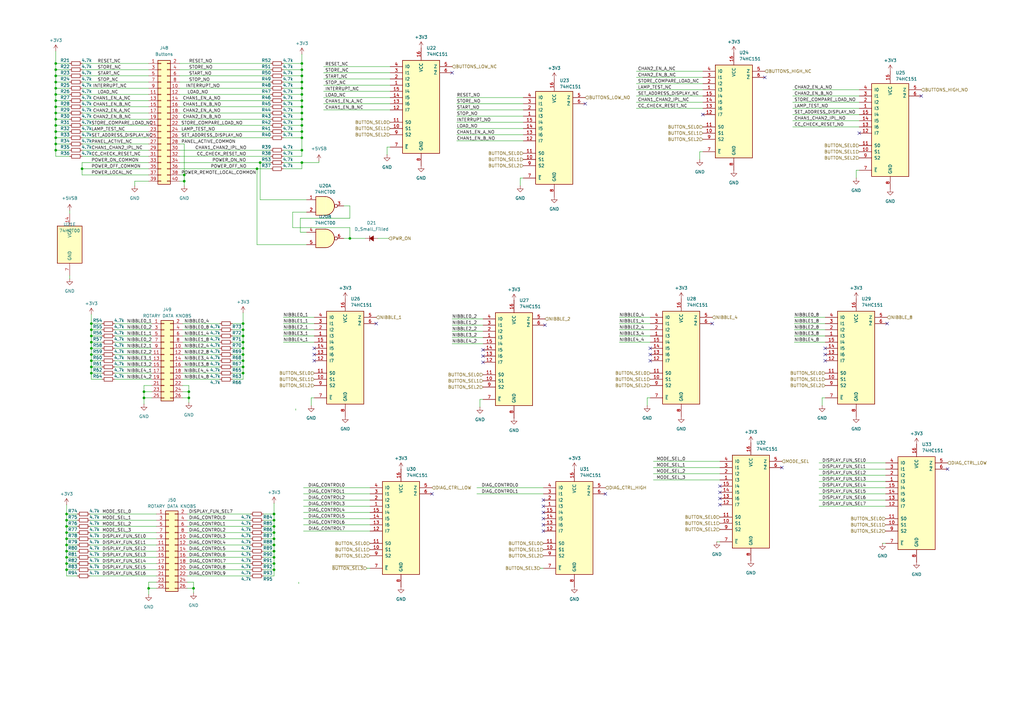
<source format=kicad_sch>
(kicad_sch (version 20231120) (generator "eeschema") (generator_version "8.0")
  (paper "A3")
  (junction (at 59.055 163.195))
  (junction (at 123.825 61.595))
  (junction (at 27.305 228.6))
  (junction (at 77.47 163.195))
  (junction (at 123.825 38.735))
  (junction (at 123.825 56.515))
  (junction (at 37.465 145.415))
  (junction (at 60.96 241.3))
  (junction (at 99.695 145.415))
  (junction (at 112.395 231.14))
  (junction (at 27.305 233.68))
  (junction (at 27.305 210.82))
  (junction (at 112.395 213.36))
  (junction (at 22.86 31.115))
  (junction (at 22.86 59.055))
  (junction (at 27.305 218.44))
  (junction (at 123.825 46.355))
  (junction (at 22.86 36.195))
  (junction (at 37.465 140.335))
  (junction (at 143.51 97.79))
  (junction (at 123.825 28.575))
  (junction (at 27.305 226.06))
  (junction (at 22.86 51.435))
  (junction (at 27.305 215.9))
  (junction (at 123.825 31.115))
  (junction (at 37.465 153.035))
  (junction (at 123.825 48.895))
  (junction (at 112.395 220.98))
  (junction (at 123.825 51.435))
  (junction (at 27.305 223.52))
  (junction (at 105.41 69.215))
  (junction (at 37.465 147.955))
  (junction (at 123.825 33.655))
  (junction (at 99.695 147.955))
  (junction (at 112.395 210.82))
  (junction (at 59.055 160.655))
  (junction (at 99.695 132.715))
  (junction (at 112.395 215.9))
  (junction (at 22.86 48.895))
  (junction (at 22.86 46.355))
  (junction (at 22.86 56.515))
  (junction (at 79.375 241.3))
  (junction (at 22.86 26.035))
  (junction (at 99.695 142.875))
  (junction (at 112.395 233.68))
  (junction (at 75.565 71.755))
  (junction (at 27.305 231.14))
  (junction (at 37.465 137.795))
  (junction (at 112.395 226.06))
  (junction (at 112.395 228.6))
  (junction (at 123.825 66.675))
  (junction (at 112.395 223.52))
  (junction (at 22.86 41.275))
  (junction (at 27.305 220.98))
  (junction (at 123.825 36.195))
  (junction (at 99.695 140.335))
  (junction (at 22.86 33.655))
  (junction (at 75.565 74.295))
  (junction (at 106.68 66.675))
  (junction (at 37.465 150.495))
  (junction (at 77.47 160.655))
  (junction (at 123.825 53.975))
  (junction (at 37.465 132.715))
  (junction (at 33.655 69.215))
  (junction (at 123.825 41.275))
  (junction (at 22.86 53.975))
  (junction (at 22.86 61.595))
  (junction (at 22.86 43.815))
  (junction (at 22.86 28.575))
  (junction (at 123.825 26.035))
  (junction (at 99.695 150.495))
  (junction (at 99.695 135.255))
  (junction (at 37.465 135.255))
  (junction (at 37.465 142.875))
  (junction (at 27.305 213.36))
  (junction (at 99.695 153.035))
  (junction (at 112.395 218.44))
  (junction (at 22.86 38.735))
  (junction (at 99.695 137.795))
  (junction (at 123.825 43.815))
  (no_connect (at 222.885 212.725))
  (no_connect (at 338.455 147.955))
  (no_connect (at 248.285 202.565))
  (no_connect (at 320.675 191.77))
  (no_connect (at 185.42 29.845))
  (no_connect (at 198.12 146.05))
  (no_connect (at 288.29 46.99))
  (no_connect (at 128.905 147.955))
  (no_connect (at 222.885 215.265))
  (no_connect (at 240.03 42.545))
  (no_connect (at 266.7 145.415))
  (no_connect (at 338.455 145.415))
  (no_connect (at 338.455 142.875))
  (no_connect (at 222.885 205.105))
  (no_connect (at 352.425 54.61))
  (no_connect (at 222.885 217.805))
  (no_connect (at 295.275 207.01))
  (no_connect (at 377.825 39.37))
  (no_connect (at 363.855 132.715))
  (no_connect (at 128.905 142.875))
  (no_connect (at 154.305 132.715))
  (no_connect (at 198.12 143.51))
  (no_connect (at 295.275 201.93))
  (no_connect (at 223.52 133.35))
  (no_connect (at 388.62 192.405))
  (no_connect (at 295.275 204.47))
  (no_connect (at 222.885 210.185))
  (no_connect (at 295.275 199.39))
  (no_connect (at 222.885 207.645))
  (no_connect (at 266.7 142.875))
  (no_connect (at 313.69 31.75))
  (no_connect (at 128.905 145.415))
  (no_connect (at 177.165 202.565))
  (no_connect (at 198.12 148.59))
  (no_connect (at 292.1 132.715))
  (no_connect (at 266.7 147.955))
  (wire (pts (xy 33.655 69.215) (xy 33.655 71.755)))
  (wire (pts (xy 335.915 194.945) (xy 363.22 194.945)))
  (wire (pts (xy 37.465 135.255) (xy 37.465 137.795)))
  (wire (pts (xy 73.66 69.215) (xy 105.41 69.215)))
  (wire (pts (xy 73.66 33.655) (xy 111.125 33.655)))
  (wire (pts (xy 260.985 29.21) (xy 288.29 29.21)))
  (wire (pts (xy 59.055 163.195) (xy 59.055 160.655)))
  (wire (pts (xy 99.695 132.715) (xy 99.695 135.255)))
  (wire (pts (xy 127.635 166.37) (xy 127.635 163.195)))
  (wire (pts (xy 46.99 153.035) (xy 62.23 153.035)))
  (wire (pts (xy 124.46 202.565) (xy 151.765 202.565)))
  (wire (pts (xy 335.915 205.105) (xy 363.22 205.105)))
  (wire (pts (xy 116.205 48.895) (xy 123.825 48.895)))
  (wire (pts (xy 22.86 31.115) (xy 22.86 33.655)))
  (wire (pts (xy 46.99 155.575) (xy 62.23 155.575)))
  (wire (pts (xy 260.985 34.29) (xy 288.29 34.29)))
  (wire (pts (xy 60.96 241.3) (xy 64.135 241.3)))
  (wire (pts (xy 22.86 41.275) (xy 22.86 43.815)))
  (wire (pts (xy 79.375 241.3) (xy 79.375 238.76)))
  (wire (pts (xy 105.41 100.33) (xy 125.73 100.33)))
  (wire (pts (xy 196.85 163.83) (xy 198.12 163.83)))
  (wire (pts (xy 46.99 135.255) (xy 62.23 135.255)))
  (wire (pts (xy 267.97 191.77) (xy 295.275 191.77)))
  (wire (pts (xy 36.83 213.36) (xy 64.135 213.36)))
  (wire (pts (xy 123.825 36.195) (xy 123.825 38.735)))
  (wire (pts (xy 33.655 66.675) (xy 33.655 69.215)))
  (wire (pts (xy 60.96 238.76) (xy 64.135 238.76)))
  (wire (pts (xy 187.325 55.245) (xy 214.63 55.245)))
  (wire (pts (xy 33.655 33.655) (xy 60.96 33.655)))
  (wire (pts (xy 187.325 57.785) (xy 214.63 57.785)))
  (wire (pts (xy 33.655 61.595) (xy 60.96 61.595)))
  (wire (pts (xy 351.155 69.85) (xy 352.425 69.85)))
  (wire (pts (xy 260.985 41.91) (xy 288.29 41.91)))
  (wire (pts (xy 143.51 89.535) (xy 143.51 84.455)))
  (wire (pts (xy 143.51 84.455) (xy 140.97 84.455)))
  (wire (pts (xy 37.465 140.335) (xy 37.465 142.875)))
  (wire (pts (xy 36.83 223.52) (xy 64.135 223.52)))
  (wire (pts (xy 46.99 137.795) (xy 62.23 137.795)))
  (wire (pts (xy 351.155 73.025) (xy 351.155 69.85)))
  (wire (pts (xy 77.47 160.655) (xy 77.47 158.115)))
  (wire (pts (xy 33.655 43.815) (xy 60.96 43.815)))
  (wire (pts (xy 99.695 153.035) (xy 99.695 155.575)))
  (wire (pts (xy 73.66 53.975) (xy 111.125 53.975)))
  (wire (pts (xy 102.87 231.14) (xy 76.835 231.14)))
  (wire (pts (xy 102.87 213.36) (xy 76.835 213.36)))
  (wire (pts (xy 112.395 215.9) (xy 112.395 218.44)))
  (wire (pts (xy 36.83 215.9) (xy 64.135 215.9)))
  (wire (pts (xy 99.695 128.27) (xy 99.695 132.715)))
  (wire (pts (xy 41.91 155.575) (xy 37.465 155.575)))
  (wire (pts (xy 37.465 153.035) (xy 37.465 155.575)))
  (wire (pts (xy 140.97 97.79) (xy 143.51 97.79)))
  (wire (pts (xy 120.015 86.995) (xy 125.73 86.995)))
  (wire (pts (xy 41.91 137.795) (xy 37.465 137.795)))
  (wire (pts (xy 73.66 61.595) (xy 111.125 61.595)))
  (wire (pts (xy 267.97 194.31) (xy 295.275 194.31)))
  (wire (pts (xy 123.825 56.515) (xy 123.825 61.595)))
  (wire (pts (xy 158.75 60.325) (xy 160.02 60.325)))
  (wire (pts (xy 33.655 66.675) (xy 60.96 66.675)))
  (wire (pts (xy 123.19 95.25) (xy 123.19 89.535)))
  (wire (pts (xy 33.655 36.195) (xy 60.96 36.195)))
  (wire (pts (xy 123.825 43.815) (xy 123.825 46.355)))
  (wire (pts (xy 22.86 56.515) (xy 22.86 59.055)))
  (wire (pts (xy 116.205 51.435) (xy 123.825 51.435)))
  (wire (pts (xy 31.75 233.68) (xy 27.305 233.68)))
  (wire (pts (xy 116.205 26.035) (xy 123.825 26.035)))
  (wire (pts (xy 46.99 150.495) (xy 62.23 150.495)))
  (wire (pts (xy 325.12 41.91) (xy 352.425 41.91)))
  (wire (pts (xy 112.395 218.44) (xy 112.395 220.98)))
  (wire (pts (xy 59.055 160.655) (xy 62.23 160.655)))
  (wire (pts (xy 27.305 231.14) (xy 27.305 233.68)))
  (wire (pts (xy 41.91 135.255) (xy 37.465 135.255)))
  (wire (pts (xy 294.005 222.25) (xy 295.275 222.25)))
  (wire (pts (xy 22.86 59.055) (xy 22.86 61.595)))
  (wire (pts (xy 31.75 215.9) (xy 27.305 215.9)))
  (wire (pts (xy 95.25 155.575) (xy 99.695 155.575)))
  (wire (pts (xy 187.325 42.545) (xy 214.63 42.545)))
  (wire (pts (xy 187.325 45.085) (xy 214.63 45.085)))
  (wire (pts (xy 112.395 233.68) (xy 112.395 236.22)))
  (wire (pts (xy 107.95 220.98) (xy 112.395 220.98)))
  (wire (pts (xy 102.87 223.52) (xy 76.835 223.52)))
  (wire (pts (xy 27.305 207.01) (xy 27.305 210.82)))
  (wire (pts (xy 90.17 147.955) (xy 74.93 147.955)))
  (wire (pts (xy 31.75 226.06) (xy 27.305 226.06)))
  (wire (pts (xy 73.66 31.115) (xy 111.125 31.115)))
  (wire (pts (xy 95.25 135.255) (xy 99.695 135.255)))
  (wire (pts (xy 116.205 46.355) (xy 123.825 46.355)))
  (wire (pts (xy 260.985 31.75) (xy 288.29 31.75)))
  (wire (pts (xy 31.75 218.44) (xy 27.305 218.44)))
  (wire (pts (xy 116.205 33.655) (xy 123.825 33.655)))
  (wire (pts (xy 125.73 81.915) (xy 106.68 81.915)))
  (wire (pts (xy 123.825 66.675) (xy 130.81 66.675)))
  (wire (pts (xy 95.25 132.715) (xy 99.695 132.715)))
  (wire (pts (xy 221.615 233.045) (xy 222.885 233.045)))
  (wire (pts (xy 27.305 226.06) (xy 27.305 228.6)))
  (wire (pts (xy 116.205 64.135) (xy 123.825 64.135)))
  (wire (pts (xy 105.41 69.215) (xy 111.125 69.215)))
  (wire (pts (xy 187.325 40.005) (xy 214.63 40.005)))
  (wire (pts (xy 325.755 137.795) (xy 338.455 137.795)))
  (wire (pts (xy 73.66 64.135) (xy 111.125 64.135)))
  (wire (pts (xy 187.325 50.165) (xy 214.63 50.165)))
  (wire (pts (xy 102.87 220.98) (xy 76.835 220.98)))
  (wire (pts (xy 31.75 210.82) (xy 27.305 210.82)))
  (wire (pts (xy 31.75 220.98) (xy 27.305 220.98)))
  (wire (pts (xy 99.695 145.415) (xy 99.695 147.955)))
  (wire (pts (xy 76.835 238.76) (xy 79.375 238.76)))
  (wire (pts (xy 33.655 41.275) (xy 60.96 41.275)))
  (wire (pts (xy 27.305 213.36) (xy 27.305 215.9)))
  (wire (pts (xy 123.825 66.675) (xy 123.825 69.215)))
  (wire (pts (xy 123.825 53.975) (xy 123.825 56.515)))
  (wire (pts (xy 90.17 135.255) (xy 74.93 135.255)))
  (wire (pts (xy 99.695 140.335) (xy 99.695 142.875)))
  (wire (pts (xy 260.985 39.37) (xy 288.29 39.37)))
  (wire (pts (xy 185.42 135.89) (xy 198.12 135.89)))
  (wire (pts (xy 73.66 36.195) (xy 111.125 36.195)))
  (wire (pts (xy 185.42 130.81) (xy 198.12 130.81)))
  (wire (pts (xy 116.205 43.815) (xy 123.825 43.815)))
  (wire (pts (xy 41.91 132.715) (xy 37.465 132.715)))
  (wire (pts (xy 59.055 165.735) (xy 59.055 163.195)))
  (wire (pts (xy 335.915 192.405) (xy 363.22 192.405)))
  (wire (pts (xy 90.17 155.575) (xy 74.93 155.575)))
  (wire (pts (xy 22.86 28.575) (xy 22.86 31.115)))
  (wire (pts (xy 127.635 163.195) (xy 128.905 163.195)))
  (wire (pts (xy 33.655 38.735) (xy 60.96 38.735)))
  (wire (pts (xy 28.575 48.895) (xy 22.86 48.895)))
  (wire (pts (xy 196.85 167.005) (xy 196.85 163.83)))
  (wire (pts (xy 120.015 93.345) (xy 120.015 86.995)))
  (wire (pts (xy 41.91 145.415) (xy 37.465 145.415)))
  (wire (pts (xy 73.66 38.735) (xy 111.125 38.735)))
  (wire (pts (xy 116.205 66.675) (xy 123.825 66.675)))
  (wire (pts (xy 265.43 163.195) (xy 266.7 163.195)))
  (wire (pts (xy 187.325 52.705) (xy 214.63 52.705)))
  (wire (pts (xy 132.715 37.465) (xy 160.02 37.465)))
  (wire (pts (xy 31.75 231.14) (xy 27.305 231.14)))
  (wire (pts (xy 22.86 46.355) (xy 22.86 48.895)))
  (wire (pts (xy 107.95 233.68) (xy 112.395 233.68)))
  (wire (pts (xy 33.655 59.055) (xy 60.96 59.055)))
  (wire (pts (xy 143.51 93.345) (xy 120.015 93.345)))
  (wire (pts (xy 325.755 140.335) (xy 338.455 140.335)))
  (wire (pts (xy 33.655 71.755) (xy 60.96 71.755)))
  (wire (pts (xy 112.395 228.6) (xy 112.395 231.14)))
  (wire (pts (xy 123.825 48.895) (xy 123.825 51.435)))
  (wire (pts (xy 260.985 44.45) (xy 288.29 44.45)))
  (wire (pts (xy 36.83 231.14) (xy 64.135 231.14)))
  (wire (pts (xy 37.465 128.905) (xy 37.465 132.715)))
  (wire (pts (xy 95.25 140.335) (xy 99.695 140.335)))
  (wire (pts (xy 46.99 132.715) (xy 62.23 132.715)))
  (wire (pts (xy 116.205 69.215) (xy 123.825 69.215)))
  (wire (pts (xy 33.655 31.115) (xy 60.96 31.115)))
  (wire (pts (xy 102.87 233.68) (xy 76.835 233.68)))
  (wire (pts (xy 124.46 210.185) (xy 151.765 210.185)))
  (wire (pts (xy 132.715 45.085) (xy 160.02 45.085)))
  (wire (pts (xy 335.915 197.485) (xy 363.22 197.485)))
  (wire (pts (xy 213.36 73.025) (xy 214.63 73.025)))
  (wire (pts (xy 99.695 147.955) (xy 99.695 150.495)))
  (wire (pts (xy 260.985 36.83) (xy 288.29 36.83)))
  (wire (pts (xy 195.58 200.025) (xy 222.885 200.025)))
  (wire (pts (xy 22.86 43.815) (xy 22.86 46.355)))
  (wire (pts (xy 123.825 22.225) (xy 123.825 26.035)))
  (wire (pts (xy 107.95 215.9) (xy 112.395 215.9)))
  (wire (pts (xy 37.465 145.415) (xy 37.465 147.955)))
  (wire (pts (xy 106.68 66.675) (xy 111.125 66.675)))
  (wire (pts (xy 74.93 163.195) (xy 77.47 163.195)))
  (wire (pts (xy 112.395 226.06) (xy 112.395 228.6)))
  (wire (pts (xy 73.66 26.035) (xy 111.125 26.035)))
  (wire (pts (xy 254 130.175) (xy 266.7 130.175)))
  (wire (pts (xy 123.19 89.535) (xy 143.51 89.535)))
  (wire (pts (xy 213.36 76.2) (xy 213.36 73.025)))
  (wire (pts (xy 116.205 135.255) (xy 128.905 135.255)))
  (wire (pts (xy 132.715 27.305) (xy 160.02 27.305)))
  (wire (pts (xy 116.205 31.115) (xy 123.825 31.115)))
  (wire (pts (xy 335.915 189.865) (xy 363.22 189.865)))
  (wire (pts (xy 46.99 145.415) (xy 62.23 145.415)))
  (wire (pts (xy 95.25 137.795) (xy 99.695 137.795)))
  (wire (pts (xy 36.83 210.82) (xy 64.135 210.82)))
  (wire (pts (xy 107.95 228.6) (xy 112.395 228.6)))
  (wire (pts (xy 28.575 36.195) (xy 22.86 36.195)))
  (wire (pts (xy 102.87 226.06) (xy 76.835 226.06)))
  (wire (pts (xy 90.17 137.795) (xy 74.93 137.795)))
  (wire (pts (xy 124.46 212.725) (xy 151.765 212.725)))
  (wire (pts (xy 28.575 86.36) (xy 28.575 87.63)))
  (wire (pts (xy 325.755 130.175) (xy 338.455 130.175)))
  (wire (pts (xy 73.66 41.275) (xy 111.125 41.275)))
  (wire (pts (xy 107.95 231.14) (xy 112.395 231.14)))
  (wire (pts (xy 158.75 63.5) (xy 158.75 60.325)))
  (wire (pts (xy 73.66 46.355) (xy 111.125 46.355)))
  (wire (pts (xy 124.46 205.105) (xy 151.765 205.105)))
  (wire (pts (xy 33.655 64.135) (xy 60.96 64.135)))
  (wire (pts (xy 22.86 20.955) (xy 22.86 26.035)))
  (wire (pts (xy 36.83 218.44) (xy 64.135 218.44)))
  (wire (pts (xy 22.86 48.895) (xy 22.86 51.435)))
  (wire (pts (xy 99.695 135.255) (xy 99.695 137.795)))
  (wire (pts (xy 254 137.795) (xy 266.7 137.795)))
  (wire (pts (xy 37.465 150.495) (xy 37.465 153.035)))
  (wire (pts (xy 116.205 41.275) (xy 123.825 41.275)))
  (wire (pts (xy 123.825 51.435) (xy 123.825 53.975)))
  (wire (pts (xy 22.86 53.975) (xy 22.86 56.515)))
  (wire (pts (xy 335.915 207.645) (xy 363.22 207.645)))
  (wire (pts (xy 95.25 142.875) (xy 99.695 142.875)))
  (wire (pts (xy 267.97 189.23) (xy 295.275 189.23)))
  (wire (pts (xy 46.99 147.955) (xy 62.23 147.955)))
  (wire (pts (xy 28.575 61.595) (xy 22.86 61.595)))
  (wire (pts (xy 185.42 138.43) (xy 198.12 138.43)))
  (wire (pts (xy 73.66 43.815) (xy 111.125 43.815)))
  (wire (pts (xy 116.205 38.735) (xy 123.825 38.735)))
  (wire (pts (xy 28.575 26.035) (xy 22.86 26.035)))
  (wire (pts (xy 75.565 71.755) (xy 73.66 71.755)))
  (wire (pts (xy 116.205 130.175) (xy 128.905 130.175)))
  (wire (pts (xy 41.91 147.955) (xy 37.465 147.955)))
  (wire (pts (xy 107.95 223.52) (xy 112.395 223.52)))
  (wire (pts (xy 107.95 236.22) (xy 112.395 236.22)))
  (wire (pts (xy 27.305 215.9) (xy 27.305 218.44)))
  (wire (pts (xy 125.73 95.25) (xy 123.19 95.25)))
  (wire (pts (xy 337.185 166.37) (xy 337.185 163.195)))
  (wire (pts (xy 37.465 147.955) (xy 37.465 150.495)))
  (wire (pts (xy 102.87 228.6) (xy 76.835 228.6)))
  (wire (pts (xy 76.835 241.3) (xy 79.375 241.3)))
  (wire (pts (xy 143.51 97.79) (xy 149.86 97.79)))
  (wire (pts (xy 77.47 158.115) (xy 74.93 158.115)))
  (wire (pts (xy 75.565 59.055) (xy 75.565 71.755)))
  (wire (pts (xy 107.95 218.44) (xy 112.395 218.44)))
  (wire (pts (xy 75.565 76.2) (xy 75.565 74.295)))
  (wire (pts (xy 121.285 168.275) (xy 121.285 167.64)))
  (wire (pts (xy 33.655 69.215) (xy 60.96 69.215)))
  (wire (pts (xy 77.47 165.1) (xy 77.47 163.195)))
  (wire (pts (xy 33.655 46.355) (xy 60.96 46.355)))
  (wire (pts (xy 22.86 38.735) (xy 22.86 41.275)))
  (wire (pts (xy 37.465 132.715) (xy 37.465 135.255)))
  (wire (pts (xy 59.055 158.115) (xy 62.23 158.115)))
  (wire (pts (xy 123.825 28.575) (xy 123.825 31.115)))
  (wire (pts (xy 325.12 39.37) (xy 352.425 39.37)))
  (wire (pts (xy 254 135.255) (xy 266.7 135.255)))
  (wire (pts (xy 28.575 114.3) (xy 28.575 113.03)))
  (wire (pts (xy 132.715 34.925) (xy 160.02 34.925)))
  (wire (pts (xy 31.75 228.6) (xy 27.305 228.6)))
  (wire (pts (xy 325.755 132.715) (xy 338.455 132.715)))
  (wire (pts (xy 287.02 65.405) (xy 287.02 62.23)))
  (wire (pts (xy 99.695 137.795) (xy 99.695 140.335)))
  (wire (pts (xy 254 140.335) (xy 266.7 140.335)))
  (wire (pts (xy 123.825 46.355) (xy 123.825 48.895)))
  (wire (pts (xy 27.305 228.6) (xy 27.305 231.14)))
  (wire (pts (xy 28.575 64.135) (xy 22.86 64.135)))
  (wire (pts (xy 102.87 210.82) (xy 76.835 210.82)))
  (wire (pts (xy 60.96 241.3) (xy 60.96 238.76)))
  (wire (pts (xy 31.75 223.52) (xy 27.305 223.52)))
  (wire (pts (xy 132.715 32.385) (xy 160.02 32.385)))
  (wire (pts (xy 130.81 66.675) (xy 130.81 66.04)))
  (wire (pts (xy 41.91 150.495) (xy 37.465 150.495)))
  (wire (pts (xy 33.655 53.975) (xy 60.96 53.975)))
  (wire (pts (xy 77.47 163.195) (xy 77.47 160.655)))
  (wire (pts (xy 90.17 132.715) (xy 74.93 132.715)))
  (wire (pts (xy 325.12 44.45) (xy 352.425 44.45)))
  (wire (pts (xy 27.305 218.44) (xy 27.305 220.98)))
  (wire (pts (xy 107.95 213.36) (xy 112.395 213.36)))
  (wire (pts (xy 116.205 132.715) (xy 128.905 132.715)))
  (wire (pts (xy 159.385 97.79) (xy 154.94 97.79)))
  (wire (pts (xy 116.205 140.335) (xy 128.905 140.335)))
  (wire (pts (xy 123.825 26.035) (xy 123.825 28.575)))
  (wire (pts (xy 112.395 220.98) (xy 112.395 223.52)))
  (wire (pts (xy 325.755 135.255) (xy 338.455 135.255)))
  (wire (pts (xy 79.375 243.205) (xy 79.375 241.3)))
  (wire (pts (xy 335.915 200.025) (xy 363.22 200.025)))
  (wire (pts (xy 37.465 137.795) (xy 37.465 140.335)))
  (wire (pts (xy 102.87 215.9) (xy 76.835 215.9)))
  (wire (pts (xy 287.02 62.23) (xy 288.29 62.23)))
  (wire (pts (xy 73.66 74.295) (xy 75.565 74.295)))
  (wire (pts (xy 90.17 145.415) (xy 74.93 145.415)))
  (wire (pts (xy 325.12 36.83) (xy 352.425 36.83)))
  (wire (pts (xy 325.12 46.99) (xy 352.425 46.99)))
  (wire (pts (xy 124.46 217.805) (xy 151.765 217.805)))
  (wire (pts (xy 116.205 56.515) (xy 123.825 56.515)))
  (wire (pts (xy 105.41 69.215) (xy 105.41 100.33)))
  (wire (pts (xy 73.66 48.895) (xy 111.125 48.895)))
  (wire (pts (xy 33.655 56.515) (xy 60.96 56.515)))
  (wire (pts (xy 335.915 202.565) (xy 363.22 202.565)))
  (wire (pts (xy 112.395 206.375) (xy 112.395 210.82)))
  (wire (pts (xy 112.395 210.82) (xy 112.395 213.36)))
  (wire (pts (xy 116.205 137.795) (xy 128.905 137.795)))
  (wire (pts (xy 73.66 66.675) (xy 106.68 66.675)))
  (wire (pts (xy 99.695 142.875) (xy 99.695 145.415)))
  (wire (pts (xy 95.25 147.955) (xy 99.695 147.955)))
  (wire (pts (xy 185.42 140.97) (xy 198.12 140.97)))
  (wire (pts (xy 90.17 142.875) (xy 74.93 142.875)))
  (wire (pts (xy 28.575 59.055) (xy 22.86 59.055)))
  (wire (pts (xy 361.95 222.885) (xy 363.22 222.885)))
  (wire (pts (xy 31.75 213.36) (xy 27.305 213.36)))
  (wire (pts (xy 28.575 51.435) (xy 22.86 51.435)))
  (wire (pts (xy 124.46 200.025) (xy 151.765 200.025)))
  (wire (pts (xy 41.91 153.035) (xy 37.465 153.035)))
  (wire (pts (xy 112.395 223.52) (xy 112.395 226.06)))
  (wire (pts (xy 123.825 33.655) (xy 123.825 36.195)))
  (wire (pts (xy 55.245 74.295) (xy 60.96 74.295)))
  (wire (pts (xy 33.655 28.575) (xy 60.96 28.575)))
  (wire (pts (xy 123.825 41.275) (xy 123.825 43.815)))
  (wire (pts (xy 22.86 61.595) (xy 22.86 64.135)))
  (wire (pts (xy 73.66 51.435) (xy 111.125 51.435)))
  (wire (pts (xy 28.575 56.515) (xy 22.86 56.515)))
  (wire (pts (xy 28.575 31.115) (xy 22.86 31.115)))
  (wire (pts (xy 95.25 145.415) (xy 99.695 145.415)))
  (wire (pts (xy 28.575 28.575) (xy 22.86 28.575)))
  (wire (pts (xy 31.75 236.22) (xy 27.305 236.22)))
  (wire (pts (xy 116.205 28.575) (xy 123.825 28.575)))
  (wire (pts (xy 325.12 49.53) (xy 352.425 49.53)))
  (wire (pts (xy 112.395 213.36) (xy 112.395 215.9)))
  (wire (pts (xy 90.17 150.495) (xy 74.93 150.495)))
  (wire (pts (xy 107.95 210.82) (xy 112.395 210.82)))
  (wire (pts (xy 59.055 160.655) (xy 59.055 158.115)))
  (wire (pts (xy 124.46 215.265) (xy 151.765 215.265)))
  (wire (pts (xy 90.17 153.035) (xy 74.93 153.035)))
  (wire (pts (xy 132.715 42.545) (xy 160.02 42.545)))
  (wire (pts (xy 122.555 239.395) (xy 122.555 238.76)))
  (wire (pts (xy 22.86 51.435) (xy 22.86 53.975)))
  (wire (pts (xy 185.42 133.35) (xy 198.12 133.35)))
  (wire (pts (xy 27.305 220.98) (xy 27.305 223.52)))
  (wire (pts (xy 107.95 226.06) (xy 112.395 226.06)))
  (wire (pts (xy 36.83 228.6) (xy 64.135 228.6)))
  (wire (pts (xy 60.96 243.84) (xy 60.96 241.3)))
  (wire (pts (xy 195.58 202.565) (xy 222.885 202.565)))
  (wire (pts (xy 28.575 53.975) (xy 22.86 53.975)))
  (wire (pts (xy 36.83 233.68) (xy 64.135 233.68)))
  (wire (pts (xy 37.465 142.875) (xy 37.465 145.415)))
  (wire (pts (xy 254 132.715) (xy 266.7 132.715)))
  (wire (pts (xy 106.68 66.675) (xy 106.68 81.915)))
  (wire (pts (xy 28.575 38.735) (xy 22.86 38.735)))
  (wire (pts (xy 124.46 207.645) (xy 151.765 207.645)))
  (wire (pts (xy 27.305 223.52) (xy 27.305 226.06)))
  (wire (pts (xy 112.395 231.14) (xy 112.395 233.68)))
  (wire (pts (xy 143.51 97.79) (xy 143.51 93.345)))
  (wire (pts (xy 33.655 51.435) (xy 60.96 51.435)))
  (wire (pts (xy 99.695 150.495) (xy 99.695 153.035)))
  (wire (pts (xy 36.83 226.06) (xy 64.135 226.06)))
  (wire (pts (xy 95.25 150.495) (xy 99.695 150.495)))
  (wire (pts (xy 265.43 166.37) (xy 265.43 163.195)))
  (wire (pts (xy 102.87 218.44) (xy 76.835 218.44)))
  (wire (pts (xy 123.825 61.595) (xy 123.825 64.135)))
  (wire (pts (xy 337.185 163.195) (xy 338.455 163.195)))
  (wire (pts (xy 75.565 71.755) (xy 75.565 74.295)))
  (wire (pts (xy 36.83 220.98) (xy 64.135 220.98)))
  (wire (pts (xy 41.91 142.875) (xy 37.465 142.875)))
  (wire (pts (xy 95.25 153.035) (xy 99.695 153.035)))
  (wire (pts (xy 28.575 43.815) (xy 22.86 43.815)))
  (wire (pts (xy 28.575 41.275) (xy 22.86 41.275)))
  (wire (pts (xy 116.205 53.975) (xy 123.825 53.975)))
  (wire (pts (xy 46.99 140.335) (xy 62.23 140.335)))
  (wire (pts (xy 33.655 48.895) (xy 60.96 48.895)))
  (wire (pts (xy 28.575 33.655) (xy 22.86 33.655)))
  (wire (pts (xy 36.83 236.22) (xy 64.135 236.22)))
  (wire (pts (xy 132.715 40.005) (xy 160.02 40.005)))
  (wire (pts (xy 132.715 29.845) (xy 160.02 29.845)))
  (wire (pts (xy 33.655 26.035) (xy 60.96 26.035)))
  (wire (pts (xy 73.66 28.575) (xy 111.125 28.575)))
  (wire (pts (xy 22.86 26.035) (xy 22.86 28.575)))
  (wire (pts (xy 22.86 36.195) (xy 22.86 38.735)))
  (wire (pts (xy 28.575 46.355) (xy 22.86 46.355)))
  (wire (pts (xy 73.66 59.055) (xy 75.565 59.055)))
  (wire (pts (xy 267.97 196.85) (xy 295.275 196.85)))
  (wire (pts (xy 123.825 38.735) (xy 123.825 41.275)))
  (wire (pts (xy 123.825 31.115) (xy 123.825 33.655)))
  (wire (pts (xy 55.245 76.2) (xy 55.245 74.295)))
  (wire (pts (xy 59.055 163.195) (xy 62.23 163.195)))
  (wire (pts (xy 46.99 142.875) (xy 62.23 142.875)))
  (wire (pts (xy 90.17 140.335) (xy 74.93 140.335)))
  (wire (pts (xy 102.87 236.22) (xy 76.835 236.22)))
  (wire (pts (xy 187.325 47.625) (xy 214.63 47.625)))
  (wire (pts (xy 73.66 56.515) (xy 111.125 56.515)))
  (wire (pts (xy 150.495 233.045) (xy 151.765 233.045)))
  (wire (pts (xy 74.93 160.655) (xy 77.47 160.655)))
  (wire (pts (xy 41.91 140.335) (xy 37.465 140.335)))
  (wire (pts (xy 27.305 233.68) (xy 27.305 236.22)))
  (wire (pts (xy 22.86 33.655) (xy 22.86 36.195)))
  (wire (pts (xy 116.205 36.195) (xy 123.825 36.195)))
  (wire (pts (xy 325.12 52.07) (xy 352.425 52.07)))
  (wire (pts (xy 27.305 210.82) (xy 27.305 213.36)))
  (wire (pts (xy 116.205 61.595) (xy 123.825 61.595)))
  (label "POWER_ON_NO" (at 86.995 66.675 0))
  (label "DIAG_CONTROL8" (at 77.47 233.68 0))
  (label "INTERRUPT_NO" (at 76.2 36.195 0))
  (label "NIBBLE1_4" (at 75.565 137.795 0))
  (label "STOP_NO" (at 187.325 47.625 0))
  (label "DIAG_CONTROL5" (at 77.47 226.06 0))
  (label "DISPLAY_FUN_SEL5" (at 41.91 233.68 0))
  (label "MODE_SEL_1" (at 269.24 191.77 0))
  (label "CHAN2_EN_A_NO" (at 74.93 46.355 0))
  (label "STORE_COMPARE_LOAD_NC" (at 37.465 51.435 0))
  (label "DISPLAY_FUN_SEL2" (at 337.185 194.945 0))
  (label "NIBBLE1_1" (at 52.07 137.795 0))
  (label "SET_ADDRESS_DISPLAY_NO" (at 74.295 56.515 0))
  (label "STORE_NO" (at 187.325 42.545 0))
  (label "DISPLAY_FUN_SEL4" (at 337.185 200.025 0))
  (label "CHAN1_EN_A_NC" (at 38.1 41.275 0))
  (label "INTERRUPT_NC" (at 38.1 36.195 0))
  (label "CHAN1_EN_A_NO" (at 74.93 41.275 0))
  (label "STORE_COMPARE_LOAD_NO" (at 74.295 51.435 0))
  (label "MODE_SEL_0" (at 41.91 210.82 0))
  (label "CHAN1_CHAN2_IPL_NC" (at 37.465 61.595 0))
  (label "STORE_NC" (at 40.005 28.575 0))
  (label "NIBBLE1_2" (at 185.42 133.35 0))
  (label "DISPLAY_FUN_SEL1" (at 41.91 223.52 0))
  (label "NIBBLE0_8" (at 75.565 135.255 0))
  (label "STORE_NC" (at 133.35 29.845 0))
  (label "RESET_NO" (at 77.47 26.035 0))
  (label "NIBBLE4_8" (at 75.565 155.575 0))
  (label "NIBBLE0_2" (at 52.07 135.255 0))
  (label "MODE_SEL_3" (at 269.24 196.85 0))
  (label "CHAN1_EN_B_NC" (at 38.1 43.815 0))
  (label "NIBBLE2_4" (at 254 135.255 0))
  (label "CC_CHECK_RESET_NO" (at 80.645 64.135 0))
  (label "DIAG_CONTROL3" (at 126.365 207.645 0))
  (label "POWER_LOCAL_NC" (at 37.465 71.755 0))
  (label "NIBBLE0_8" (at 325.755 130.175 0))
  (label "NIBBLE0_4" (at 75.565 132.715 0))
  (label "CHAN1_CHAN2_IPL_NC" (at 261.62 41.91 0))
  (label "DIAG_CONTROL0" (at 77.47 213.36 0))
  (label "NIBBLE3_4" (at 75.565 147.955 0))
  (label "NIBBLE0_4" (at 254 130.175 0))
  (label "DIAG_CONTROL9" (at 77.47 236.22 0))
  (label "INTERRUPT_NO" (at 187.325 50.165 0))
  (label "DISPLAY_FUN_SEL5" (at 337.185 202.565 0))
  (label "PANEL_ACTIVE_COMMON" (at 74.295 59.055 0))
  (label "NIBBLE2_2" (at 52.07 145.415 0))
  (label "CC_CHECK_RESET_NO" (at 325.755 52.07 0))
  (label "MODE_SEL_1" (at 41.91 213.36 0))
  (label "NIBBLE1_8" (at 75.565 140.335 0))
  (label "INTERRUPT_NC" (at 133.35 37.465 0))
  (label "SET_ADDRESS_DISPLAY_NO" (at 325.755 46.99 0))
  (label "MODE_SEL_0" (at 269.24 189.23 0))
  (label "NIBBLE0_1" (at 116.205 130.175 0))
  (label "DISPLAY_FUN_SEL2" (at 41.91 226.06 0))
  (label "CHAN1_EN_A_NO" (at 187.325 55.245 0))
  (label "MODE_SEL_2" (at 41.91 215.9 0))
  (label "STOP_NC" (at 133.35 34.925 0))
  (label "NIBBLE2_1" (at 52.07 142.875 0))
  (label "NIBBLE2_8" (at 325.755 135.255 0))
  (label "NIBBLE4_4" (at 254 140.335 0))
  (label "CHAN2_EN_A_NC" (at 38.1 46.355 0))
  (label "NIBBLE3_1" (at 116.205 137.795 0))
  (label "CHAN2_EN_B_NC" (at 261.62 31.75 0))
  (label "STORE_NO" (at 77.47 28.575 0))
  (label "LOAD_NC" (at 40.005 38.735 0))
  (label "NIBBLE0_2" (at 52.07 140.335 0))
  (label "NIBBLE2_1" (at 116.205 135.255 0))
  (label "SET_ADDRESS_DISPLAY_NC" (at 37.465 56.515 0))
  (label "DISPLAY_FUN_SEL0" (at 337.185 189.865 0))
  (label "DIAG_CONTROL7" (at 141.605 217.805 180))
  (label "DIAG_CONTROL4" (at 126.365 210.185 0))
  (label "MODE_SEL_2" (at 269.24 194.31 0))
  (label "CC_CHECK_RESET_NC" (at 37.465 64.135 0))
  (label "DIAG_CONTROL6" (at 77.47 228.6 0))
  (label "CHAN2_EN_A_NO" (at 325.755 36.83 0))
  (label "CHAN1_EN_B_NO" (at 74.93 43.815 0))
  (label "NIBBLE4_8" (at 325.755 140.335 0))
  (label "CC_CHECK_RESET_NC" (at 261.62 44.45 0))
  (label "DIAG_CONTROL2" (at 77.47 218.44 0))
  (label "PANEL_ACTIVE_NC" (at 37.465 59.055 0))
  (label "RESET_NC" (at 133.35 27.305 0))
  (label "NIBBLE3_2" (at 52.07 150.495 0))
  (label "NIBBLE2_4" (at 75.565 142.875 0))
  (label "POWER_OFF_NO" (at 86.36 69.215 0))
  (label "NIBBLE4_4" (at 85.725 153.035 180))
  (label "MODE_SEL_3" (at 41.91 218.44 0))
  (label "NIBBLE1_1" (at 116.205 132.715 0))
  (label "NIBBLE3_8" (at 325.755 137.795 0))
  (label "LOAD_NO" (at 76.835 38.735 0))
  (label "NIBBLE4_1" (at 52.07 153.035 0))
  (label "DIAG_CONTROL2" (at 126.365 205.105 0))
  (label "LAMP_TEST_NC" (at 37.465 53.975 0))
  (label "DIAG_CONTROL0" (at 126.365 200.025 0))
  (label "RESET_NC" (at 40.005 26.035 0))
  (label "START_NO" (at 77.47 31.115 0))
  (label "DIAG_CONTROL1" (at 126.365 202.565 0))
  (label "LAMP_TEST_NO" (at 74.295 53.975 0))
  (label "LAMP_TEST_NO" (at 325.755 44.45 0))
  (label "NIBBLE4_2" (at 52.07 155.575 0))
  (label "LAMP_TEST_NC" (at 261.62 36.83 0))
  (label "CHAN2_EN_B_NO" (at 325.755 39.37 0))
  (label "SET_ADDRESS_DISPLAY_NC" (at 261.62 39.37 0))
  (label "CHAN2_EN_B_NO" (at 74.93 48.895 0))
  (label "DISPLAY_FUN_SEL1" (at 337.185 192.405 0))
  (label "LOAD_NO" (at 187.325 52.705 0))
  (label "CHAN1_EN_B_NC" (at 133.35 45.085 0))
  (label "STOP_NC" (at 40.005 33.655 0))
  (label "STORE_COMPARE_LOAD_NC" (at 261.62 34.29 0))
  (label "NIBBLE0_1" (at 52.07 132.715 0))
  (label "NIBBLE2_8" (at 75.565 145.415 0))
  (label "RESET_NO" (at 187.325 40.005 0))
  (label "CHAN1_CHAN2_IPL_NO" (at 325.755 49.53 0))
  (label "DISPLAY_FUN_SEL7" (at 337.185 207.645 0))
  (label "START_NC" (at 133.35 32.385 0))
  (label "NIBBLE3_2" (at 185.42 138.43 0))
  (label "DISPLAY_FUN_SEL6" (at 337.185 205.105 0))
  (label "LOAD_NC" (at 133.35 40.005 0))
  (label "CHAN1_EN_B_NO" (at 187.325 57.785 0))
  (label "DISPLAY_FUN_SEL7" (at 77.47 210.82 0))
  (label "NIBBLE4_1" (at 116.205 140.335 0))
  (label "DISPLAY_FUN_SEL0" (at 41.91 220.98 0))
  (label "NIBBLE3_1" (at 52.07 147.955 0))
  (label "DIAG_CONTROL0" (at 197.485 200.025 0))
  (label "DIAG_CONTROL1" (at 77.47 215.9 0))
  (label "CHAN2_EN_A_NC" (at 261.62 29.21 0))
  (label "NIBBLE2_2" (at 185.42 135.89 0))
  (label "STORE_COMPARE_LOAD_NO" (at 325.755 41.91 0))
  (label "NIBBLE3_4" (at 254 137.795 0))
  (label "POWER_OFF_COMMON" (at 37.465 69.215 0))
  (label "STOP_NO" (at 77.47 33.655 0))
  (label "DIAG_CONTROL4" (at 77.47 223.52 0))
  (label "DIAG_CONTROL1" (at 197.485 202.565 0))
  (label "POWER_REMOTE_LOCAL_COMMON" (at 74.295 71.755 0))
  (label "DIAG_CONTROL6" (at 126.365 215.265 0))
  (label "DISPLAY_FUN_SEL3" (at 337.185 197.485 0))
  (label "NIBBLE1_4" (at 254 132.715 0))
  (label "CHAN2_EN_B_NC" (at 38.1 48.895 0))
  (label "DISPLAY_FUN_SEL6" (at 41.91 236.22 0))
  (label "CHAN1_EN_A_NC" (at 133.35 42.545 0))
  (label "DIAG_CONTROL7" (at 92.71 231.14 180))
  (label "POWER_ON_COMMON" (at 37.465 66.675 0))
  (label "START_NO" (at 187.325 45.085 0))
  (label "DIAG_CONTROL5" (at 126.365 212.725 0))
  (label "NIBBLE1_8" (at 325.755 132.715 0))
  (label "NIBBLE4_2" (at 185.42 140.97 0))
  (label "NIBBLE0_2" (at 185.42 130.81 0))
  (label "DISPLAY_FUN_SEL4" (at 41.91 231.14 0))
  (label "START_NC" (at 40.005 31.115 0))
  (label "NIBBLE3_8" (at 75.565 150.495 0))
  (label "CHAN1_CHAN2_IPL_NO" (at 80.01 61.595 0))
  (label "DISPLAY_FUN_SEL3" (at 41.91 228.6 0))
  (label "DIAG_CONTROL3" (at 77.47 220.98 0))
  (hierarchical_label "NIBBLE_2" (shape input) (at 223.52 130.81 0))
  (hierarchical_label "BUTTON_SEL2" (shape input) (at 295.275 217.17 180))
  (hierarchical_label "NIBBLE_8" (shape input) (at 363.855 130.175 0))
  (hierarchical_label "BUTTON_SEL0" (shape input) (at 266.7 153.035 180))
  (hierarchical_label "BUTTON_SEL2" (shape input) (at 363.22 217.805 180))
  (hierarchical_label "BUTTON_SEL2" (shape input) (at 266.7 158.115 180))
  (hierarchical_label "BUTTON_SEL2" (shape input) (at 160.02 55.245 180))
  (hierarchical_label "BUTTON_SEL1" (shape input) (at 266.7 155.575 180))
  (hierarchical_label "BUTTON_SEL0" (shape input) (at 295.275 212.09 180))
  (hierarchical_label "BUTTON_SEL0" (shape input) (at 338.455 153.035 180))
  (hierarchical_label "BUTTON_SEL0" (shape input) (at 214.63 62.865 180))
  (hierarchical_label "BUTTON_SEL0" (shape input) (at 222.885 222.885 180))
  (hierarchical_label "BUTTON_SEL0" (shape input) (at 288.29 52.07 180))
  (hierarchical_label "BUTTON_SEL2" (shape input) (at 128.905 158.115 180))
  (hierarchical_label "BUTTON_SEL2" (shape input) (at 198.12 158.75 180))
  (hierarchical_label "BUTTONS_HIGH_NO" (shape input) (at 377.825 36.83 0))
  (hierarchical_label "BUTTONS_HIGH_NC" (shape input) (at 313.69 29.21 0))
  (hierarchical_label "~{BUTTON_SEL3}" (shape input) (at 150.495 233.045 180))
  (hierarchical_label "BUTTON_SEL1" (shape input) (at 363.22 215.265 180))
  (hierarchical_label "BUTTON_SEL3" (shape input) (at 221.615 233.045 180))
  (hierarchical_label "MODE_SEL" (shape input) (at 320.675 189.23 0))
  (hierarchical_label "BUTTON_SEL0" (shape input) (at 151.765 222.885 180))
  (hierarchical_label "BUTTON_SEL1" (shape input) (at 198.12 156.21 180))
  (hierarchical_label "BUTTON_SEL1" (shape input) (at 352.425 62.23 180))
  (hierarchical_label "BUTTON_SEL1" (shape input) (at 214.63 65.405 180))
  (hierarchical_label "PWR_ON" (shape input) (at 159.385 97.79 0))
  (hierarchical_label "BUTTON_SEL0" (shape input) (at 128.905 153.035 180))
  (hierarchical_label "BUTTON_SEL2" (shape input) (at 151.765 227.965 180))
  (hierarchical_label "DIAG_CTRL_LOW" (shape input) (at 388.62 189.865 0))
  (hierarchical_label "BUTTONS_LOW_NO" (shape input) (at 240.03 40.005 0))
  (hierarchical_label "BUTTON_SEL0" (shape input) (at 160.02 50.165 180))
  (hierarchical_label "NIBBLE_4" (shape input) (at 292.1 130.175 0))
  (hierarchical_label "BUTTON_SEL0" (shape input) (at 363.22 212.725 180))
  (hierarchical_label "BUTTON_SEL2" (shape input) (at 352.425 64.77 180))
  (hierarchical_label "BUTTON_SEL1" (shape input) (at 288.29 54.61 180))
  (hierarchical_label "DIAG_CTRL_HIGH" (shape input) (at 248.285 200.025 0))
  (hierarchical_label "BUTTON_SEL1" (shape input) (at 222.885 225.425 180))
  (hierarchical_label "BUTTONS_LOW_NC" (shape input) (at 185.42 27.305 0))
  (hierarchical_label "BUTTON_SEL1" (shape input) (at 295.275 214.63 180))
  (hierarchical_label "NIBBLE_1" (shape input) (at 154.305 130.175 0))
  (hierarchical_label "BUTTON_SEL1" (shape input) (at 128.905 155.575 180))
  (hierarchical_label "BUTTON_SEL2" (shape input) (at 338.455 158.115 180))
  (hierarchical_label "BUTTON_SEL2" (shape input) (at 214.63 67.945 180))
  (hierarchical_label "BUTTON_SEL0" (shape input) (at 198.12 153.67 180))
  (hierarchical_label "BUTTON_SEL1" (shape input) (at 338.455 155.575 180))
  (hierarchical_label "BUTTON_SEL2" (shape input) (at 288.29 57.15 180))
  (hierarchical_label "BUTTON_SEL1" (shape input) (at 151.765 225.425 180))
  (hierarchical_label "BUTTON_SEL1" (shape input) (at 160.02 52.705 180))
  (hierarchical_label "BUTTON_SEL0" (shape input) (at 352.425 59.69 180))
  (hierarchical_label "DIAG_CTRL_LOW" (shape input) (at 177.165 200.025 0))
  (hierarchical_label "BUTTON_SEL2" (shape input) (at 222.885 227.965 180))
  (symbol (lib_id "Device:R_Small") (at 34.29 231.14 90) (unit 1)
    (property "Reference" "R82" (at 29.845 229.87 90))
    (property "Value" "4.7k" (at 38.735 229.87 90))
    (property "Description" "Resistor, small symbol" (effects (hide yes)))
  )
  (symbol (lib_id "power:+3V3") (at 235.585 192.405 0) (unit 1)
    (property "Reference" "#PWR0114" (effects (hide yes)))
    (property "Value" "+3V3" (at 235.585 187.96 0))
    (property "Description" "Power symbol creates a global label with name \"+3V3\"" (effects (hide yes)))
  )
  (symbol (lib_id "Device:R_Small") (at 113.665 26.035 90) (unit 1)
    (property "Reference" "R52" (at 109.22 24.765 90))
    (property "Value" "4.7k" (at 118.11 24.765 90))
    (property "Description" "Resistor, small symbol" (effects (hide yes)))
  )
  (symbol (lib_id "power:GND") (at 351.155 73.025 0) (unit 1)
    (property "Reference" "#PWR085" (effects (hide yes)))
    (property "Value" "GND" (at 351.155 78.105 0))
    (property "Description" "Power symbol creates a global label with name \"GND\" , ground" (effects (hide yes)))
  )
  (symbol (lib_id "Device:R_Small") (at 44.45 137.795 90) (unit 1)
    (property "Reference" "R56" (at 40.005 136.525 90))
    (property "Value" "4.7k" (at 48.895 136.525 90))
    (property "Description" "Resistor, small symbol" (effects (hide yes)))
  )
  (symbol (lib_id "power:GND") (at 196.85 167.005 0) (unit 1)
    (property "Reference" "#PWR0101" (effects (hide yes)))
    (property "Value" "GND" (at 196.85 172.085 0))
    (property "Description" "Power symbol creates a global label with name \"GND\" , ground" (effects (hide yes)))
  )
  (symbol (lib_id "power:GND") (at 307.975 229.87 0) (unit 1)
    (property "Reference" "#PWR0119" (effects (hide yes)))
    (property "Value" "GND" (at 307.975 234.95 0))
    (property "Description" "Power symbol creates a global label with name \"GND\" , ground" (effects (hide yes)))
  )
  (symbol (lib_id "power:GND") (at 59.055 165.735 0) (unit 1)
    (property "Reference" "#PWR097" (effects (hide yes)))
    (property "Value" "GND" (at 59.055 170.815 0))
    (property "Description" "Power symbol creates a global label with name \"GND\" , ground" (effects (hide yes)))
  )
  (symbol (lib_id "Device:R_Small") (at 105.41 210.82 270) (unit 1)
    (property "Reference" "R84" (at 109.855 212.09 90))
    (property "Value" "4.7k" (at 100.965 212.09 90))
    (property "Description" "Resistor, small symbol" (effects (hide yes)))
  )
  (symbol (lib_id "Device:R_Small") (at 34.29 226.06 90) (unit 1)
    (property "Reference" "R80" (at 29.845 224.79 90))
    (property "Value" "4.7k" (at 38.735 224.79 90))
    (property "Description" "Resistor, small symbol" (effects (hide yes)))
  )
  (symbol (lib_id "Device:R_Small") (at 113.665 61.595 90) (unit 1)
    (property "Reference" "R39" (at 109.22 60.325 90))
    (property "Value" "4.7k" (at 118.11 60.325 90))
    (property "Description" "Resistor, small symbol" (effects (hide yes)))
  )
  (symbol (lib_id "Connector_Generic:Conn_02x13_Odd_Even") (at 67.31 147.955 0) (unit 1)
    (property "Reference" "J49" (at 68.58 127 0))
    (property "Value" "ROTARY DATA KNOBS" (at 68.58 129.54 0))
    (property "Description" "Generic connector, double row, 02x13, odd/even pin numbering scheme (row 1 odd numbers, row 2 even numbers), script generated (kicad-library-utils/schlib/autogen/connector/)" (effects (hide yes)))
  )
  (symbol (lib_id "Device:R_Small") (at 31.115 41.275 90) (unit 1)
    (property "Reference" "R27" (at 26.67 40.005 90))
    (property "Value" "4.7k" (at 35.56 40.005 90))
    (property "Description" "Resistor, small symbol" (effects (hide yes)))
  )
  (symbol (lib_id "power:+3V3") (at 365.125 29.21 0) (unit 1)
    (property "Reference" "#PWR088" (effects (hide yes)))
    (property "Value" "+3V3" (at 365.125 24.765 0))
    (property "Description" "Power symbol creates a global label with name \"+3V3\"" (effects (hide yes)))
  )
  (symbol (lib_id "74xx:74LS151") (at 141.605 145.415 0) (unit 1)
    (property "Reference" "U26" (at 143.7991 122.555 0) (effects (justify left)))
    (property "Value" "74HC151" (at 143.7991 125.095 0) (effects (justify left)))
    (property "Datasheet" "http://www.ti.com/lit/gpn/sn74LS151" (effects (hide yes)))
    (property "Description" "Multiplexer 8 to 1" (effects (hide yes)))
  )
  (symbol (lib_id "Device:R_Small") (at 92.71 155.575 270) (unit 1)
    (property "Reference" "R66" (at 97.155 156.845 90))
    (property "Value" "4.7k" (at 88.265 156.845 90))
    (property "Description" "Resistor, small symbol" (effects (hide yes)))
  )
  (symbol (lib_id "power:+3V3") (at 164.465 192.405 0) (unit 1)
    (property "Reference" "#PWR0116" (effects (hide yes)))
    (property "Value" "+3V3" (at 164.465 187.96 0))
    (property "Description" "Power symbol creates a global label with name \"+3V3\"" (effects (hide yes)))
  )
  (symbol (lib_id "Device:R_Small") (at 92.71 135.255 270) (unit 1)
    (property "Reference" "R72" (at 97.155 136.525 90))
    (property "Value" "4.7k" (at 88.265 136.525 90))
    (property "Description" "Resistor, small symbol" (effects (hide yes)))
  )
  (symbol (lib_id "power:GND") (at 294.005 222.25 0) (unit 1)
    (property "Reference" "#PWR0123" (effects (hide yes)))
    (property "Value" "GND" (at 294.005 227.33 0))
    (property "Description" "Power symbol creates a global label with name \"GND\" , ground" (effects (hide yes)))
  )
  (symbol (lib_id "power:GND") (at 279.4 170.815 0) (unit 1)
    (property "Reference" "#PWR0106" (effects (hide yes)))
    (property "Value" "GND" (at 279.4 175.895 0))
    (property "Description" "Power symbol creates a global label with name \"GND\" , ground" (effects (hide yes)))
  )
  (symbol (lib_id "Device:R_Small") (at 31.115 46.355 90) (unit 1)
    (property "Reference" "R29" (at 26.67 45.085 90))
    (property "Value" "4.7k" (at 35.56 45.085 90))
    (property "Description" "Resistor, small symbol" (effects (hide yes)))
  )
  (symbol (lib_id "power:GND") (at 28.575 114.3 0) (unit 1)
    (property "Reference" "#PWR080" (effects (hide yes)))
    (property "Value" "GND" (at 28.575 119.38 0))
    (property "Description" "Power symbol creates a global label with name \"GND\" , ground" (effects (hide yes)))
  )
  (symbol (lib_id "Device:R_Small") (at 105.41 223.52 270) (unit 1)
    (property "Reference" "R89" (at 109.855 224.79 90))
    (property "Value" "4.7k" (at 100.965 224.79 90))
    (property "Description" "Resistor, small symbol" (effects (hide yes)))
  )
  (symbol (lib_id "power:GND") (at 361.95 222.885 0) (unit 1)
    (property "Reference" "#PWR0122" (effects (hide yes)))
    (property "Value" "GND" (at 361.95 227.965 0))
    (property "Description" "Power symbol creates a global label with name \"GND\" , ground" (effects (hide yes)))
  )
  (symbol (lib_id "power:GND") (at 337.185 166.37 0) (unit 1)
    (property "Reference" "#PWR0107" (effects (hide yes)))
    (property "Value" "GND" (at 337.185 171.45 0))
    (property "Description" "Power symbol creates a global label with name \"GND\" , ground" (effects (hide yes)))
  )
  (symbol (lib_id "power:GND") (at 265.43 166.37 0) (unit 1)
    (property "Reference" "#PWR0104" (effects (hide yes)))
    (property "Value" "GND" (at 265.43 171.45 0))
    (property "Description" "Power symbol creates a global label with name \"GND\" , ground" (effects (hide yes)))
  )
  (symbol (lib_id "power:+5VL") (at 28.575 86.36 0) (unit 1)
    (property "Reference" "#PWR081" (effects (hide yes)))
    (property "Value" "+5VSB" (at 28.575 81.28 0))
    (property "Description" "Power symbol creates a global label with name \"+5VL\"" (effects (hide yes)))
  )
  (symbol (lib_id "power:GND") (at 127.635 166.37 0) (unit 1)
    (property "Reference" "#PWR098" (effects (hide yes)))
    (property "Value" "GND" (at 127.635 171.45 0))
    (property "Description" "Power symbol creates a global label with name \"GND\" , ground" (effects (hide yes)))
  )
  (symbol (lib_id "Device:R_Small") (at 31.115 48.895 90) (unit 1)
    (property "Reference" "R30" (at 26.67 47.625 90))
    (property "Value" "4.7k" (at 35.56 47.625 90))
    (property "Description" "Resistor, small symbol" (effects (hide yes)))
  )
  (symbol (lib_id "Device:R_Small") (at 31.115 61.595 90) (unit 1)
    (property "Reference" "R35" (at 26.67 60.325 90))
    (property "Value" "4.7k" (at 35.56 60.325 90))
    (property "Description" "Resistor, small symbol" (effects (hide yes)))
  )
  (symbol (lib_id "Device:R_Small") (at 34.29 233.68 90) (unit 1)
    (property "Reference" "R83" (at 29.845 232.41 90))
    (property "Value" "4.7k" (at 38.735 232.41 90))
    (property "Description" "Resistor, small symbol" (effects (hide yes)))
  )
  (symbol (lib_id "Device:R_Small") (at 113.665 38.735 90) (unit 1)
    (property "Reference" "R47" (at 109.22 37.465 90))
    (property "Value" "4.7k" (at 118.11 37.465 90))
    (property "Description" "Resistor, small symbol" (effects (hide yes)))
  )
  (symbol (lib_id "Device:R_Small") (at 31.115 26.035 90) (unit 1)
    (property "Reference" "R21" (at 26.67 24.765 90))
    (property "Value" "4.7k" (at 35.56 24.765 90))
    (property "Description" "Resistor, small symbol" (effects (hide yes)))
  )
  (symbol (lib_id "power:+5VL") (at 130.81 66.04 0) (unit 1)
    (property "Reference" "#PWR079" (effects (hide yes)))
    (property "Value" "+5VSB" (at 130.81 60.96 0))
    (property "Description" "Power symbol creates a global label with name \"+5VL\"" (effects (hide yes)))
  )
  (symbol (lib_id "Device:R_Small") (at 92.71 140.335 270) (unit 1)
    (property "Reference" "R70" (at 97.155 141.605 90))
    (property "Value" "4.7k" (at 88.265 141.605 90))
    (property "Description" "Resistor, small symbol" (effects (hide yes)))
  )
  (symbol (lib_id "power:GND") (at 213.36 76.2 0) (unit 1)
    (property "Reference" "#PWR082" (effects (hide yes)))
    (property "Value" "GND" (at 213.36 81.28 0))
    (property "Description" "Power symbol creates a global label with name \"GND\" , ground" (effects (hide yes)))
  )
  (symbol (lib_id "power:+3V3") (at 307.975 181.61 0) (unit 1)
    (property "Reference" "#PWR0118" (effects (hide yes)))
    (property "Value" "+3V3" (at 307.975 177.165 0))
    (property "Description" "Power symbol creates a global label with name \"+3V3\"" (effects (hide yes)))
  )
  (symbol (lib_id "Device:R_Small") (at 113.665 33.655 90) (unit 1)
    (property "Reference" "R49" (at 109.22 32.385 90))
    (property "Value" "4.7k" (at 118.11 32.385 90))
    (property "Description" "Resistor, small symbol" (effects (hide yes)))
  )
  (symbol (lib_id "Device:R_Small") (at 31.115 28.575 90) (unit 1)
    (property "Reference" "R22" (at 26.67 27.305 90))
    (property "Value" "4.7k" (at 35.56 27.305 90))
    (property "Description" "Resistor, small symbol" (effects (hide yes)))
  )
  (symbol (lib_id "Device:R_Small") (at 44.45 153.035 90) (unit 1)
    (property "Reference" "R62" (at 40.005 151.765 90))
    (property "Value" "4.7k" (at 48.895 151.765 90))
    (property "Description" "Resistor, small symbol" (effects (hide yes)))
  )
  (symbol (lib_id "74xx:74HCT00") (at 133.35 84.455 0) (unit 1)
    (property "Reference" "U20" (at 133.3417 76.2 0))
    (property "Value" "74HCT00" (at 133.3417 78.74 0))
    (property "Datasheet" "http://www.ti.com/lit/gpn/sn74hct00" (effects (hide yes)))
    (property "Description" "quad 2-input NAND gate" (effects (hide yes)))
  )
  (symbol (lib_id "Connector_Generic:Conn_02x20_Odd_Even") (at 66.04 48.895 0) (unit 1)
    (property "Reference" "J48" (at 67.31 19.685 0))
    (property "Value" "Buttons" (at 67.31 22.225 0))
    (property "Description" "Generic connector, double row, 02x20, odd/even pin numbering scheme (row 1 odd numbers, row 2 even numbers), script generated (kicad-library-utils/schlib/autogen/connector/)" (effects (hide yes)))
  )
  (symbol (lib_id "Device:R_Small") (at 44.45 145.415 90) (unit 1)
    (property "Reference" "R59" (at 40.005 144.145 90))
    (property "Value" "4.7k" (at 48.895 144.145 90))
    (property "Description" "Resistor, small symbol" (effects (hide yes)))
  )
  (symbol (lib_id "power:+3V3") (at 172.72 19.685 0) (unit 1)
    (property "Reference" "#PWR090" (effects (hide yes)))
    (property "Value" "+3V3" (at 172.72 15.24 0))
    (property "Description" "Power symbol creates a global label with name \"+3V3\"" (effects (hide yes)))
  )
  (symbol (lib_id "power:GND") (at 287.02 65.405 0) (unit 1)
    (property "Reference" "#PWR084" (effects (hide yes)))
    (property "Value" "GND" (at 287.02 70.485 0))
    (property "Description" "Power symbol creates a global label with name \"GND\" , ground" (effects (hide yes)))
  )
  (symbol (lib_id "Device:R_Small") (at 113.665 64.135 90) (unit 1)
    (property "Reference" "R38" (at 109.22 62.865 90))
    (property "Value" "4.7k" (at 118.11 62.865 90))
    (property "Description" "Resistor, small symbol" (effects (hide yes)))
  )
  (symbol (lib_id "Device:R_Small") (at 44.45 140.335 90) (unit 1)
    (property "Reference" "R57" (at 40.005 139.065 90))
    (property "Value" "4.7k" (at 48.895 139.065 90))
    (property "Description" "Resistor, small symbol" (effects (hide yes)))
  )
  (symbol (lib_id "Device:R_Small") (at 105.41 233.68 270) (unit 1)
    (property "Reference" "R93" (at 109.855 234.95 90))
    (property "Value" "4.7k" (at 100.965 234.95 90))
    (property "Description" "Resistor, small symbol" (effects (hide yes)))
  )
  (symbol (lib_id "Device:R_Small") (at 34.29 218.44 90) (unit 1)
    (property "Reference" "R77" (at 29.845 217.17 90))
    (property "Value" "4.7k" (at 38.735 217.17 90))
    (property "Description" "Resistor, small symbol" (effects (hide yes)))
  )
  (symbol (lib_id "power:GND") (at 77.47 165.1 0) (unit 1)
    (property "Reference" "#PWR096" (effects (hide yes)))
    (property "Value" "GND" (at 77.47 170.18 0))
    (property "Description" "Power symbol creates a global label with name \"GND\" , ground" (effects (hide yes)))
  )
  (symbol (lib_id "power:+3V3") (at 375.92 182.245 0) (unit 1)
    (property "Reference" "#PWR0120" (effects (hide yes)))
    (property "Value" "+3V3" (at 375.92 177.8 0))
    (property "Description" "Power symbol creates a global label with name \"+3V3\"" (effects (hide yes)))
  )
  (symbol (lib_id "Device:R_Small") (at 105.41 213.36 270) (unit 1)
    (property "Reference" "R85" (at 109.855 214.63 90))
    (property "Value" "4.7k" (at 100.965 214.63 90))
    (property "Description" "Resistor, small symbol" (effects (hide yes)))
  )
  (symbol (lib_id "Device:R_Small") (at 113.665 51.435 90) (unit 1)
    (property "Reference" "R42" (at 109.22 50.165 90))
    (property "Value" "4.7k" (at 118.11 50.165 90))
    (property "Description" "Resistor, small symbol" (effects (hide yes)))
  )
  (symbol (lib_id "power:+3V3") (at 99.695 128.27 0) (unit 1)
    (property "Reference" "#PWR095" (effects (hide yes)))
    (property "Value" "+3V3" (at 99.695 123.825 0))
    (property "Description" "Power symbol creates a global label with name \"+3V3\"" (effects (hide yes)))
  )
  (symbol (lib_id "Device:R_Small") (at 44.45 142.875 90) (unit 1)
    (property "Reference" "R58" (at 40.005 141.605 90))
    (property "Value" "4.7k" (at 48.895 141.605 90))
    (property "Description" "Resistor, small symbol" (effects (hide yes)))
  )
  (symbol (lib_id "power:GND") (at 351.155 170.815 0) (unit 1)
    (property "Reference" "#PWR0109" (effects (hide yes)))
    (property "Value" "GND" (at 351.155 175.895 0))
    (property "Description" "Power symbol creates a global label with name \"GND\" , ground" (effects (hide yes)))
  )
  (symbol (lib_id "power:+3V3") (at 351.155 122.555 0) (unit 1)
    (property "Reference" "#PWR0108" (effects (hide yes)))
    (property "Value" "+3V3" (at 351.155 118.11 0))
    (property "Description" "Power symbol creates a global label with name \"+3V3\"" (effects (hide yes)))
  )
  (symbol (lib_id "Device:R_Small") (at 92.71 150.495 270) (unit 1)
    (property "Reference" "R65" (at 97.155 151.765 90))
    (property "Value" "4.7k" (at 88.265 151.765 90))
    (property "Description" "Resistor, small symbol" (effects (hide yes)))
  )
  (symbol (lib_id "74xx:74LS151") (at 365.125 52.07 0) (unit 1)
    (property "Reference" "U25" (at 367.3191 29.845 0) (effects (justify left)))
    (property "Value" "74HC151" (at 367.3191 32.385 0) (effects (justify left)))
    (property "Datasheet" "http://www.ti.com/lit/gpn/sn74LS151" (effects (hide yes)))
    (property "Description" "Multiplexer 8 to 1" (effects (hide yes)))
  )
  (symbol (lib_id "Device:R_Small") (at 113.665 31.115 90) (unit 1)
    (property "Reference" "R50" (at 109.22 29.845 90))
    (property "Value" "4.7k" (at 118.11 29.845 90))
    (property "Description" "Resistor, small symbol" (effects (hide yes)))
  )
  (symbol (lib_id "Device:R_Small") (at 44.45 147.955 90) (unit 1)
    (property "Reference" "R60" (at 40.005 146.685 90))
    (property "Value" "4.7k" (at 48.895 146.685 90))
    (property "Description" "Resistor, small symbol" (effects (hide yes)))
  )
  (symbol (lib_id "74xx:74LS151") (at 227.33 55.245 0) (unit 1)
    (property "Reference" "U23" (at 229.5241 33.02 0) (effects (justify left)))
    (property "Value" "74HC151" (at 229.5241 35.56 0) (effects (justify left)))
    (property "Datasheet" "http://www.ti.com/lit/gpn/sn74LS151" (effects (hide yes)))
    (property "Description" "Multiplexer 8 to 1" (effects (hide yes)))
  )
  (symbol (lib_id "Device:R_Small") (at 92.71 142.875 270) (unit 1)
    (property "Reference" "R69" (at 97.155 144.145 90))
    (property "Value" "4.7k" (at 88.265 144.145 90))
    (property "Description" "Resistor, small symbol" (effects (hide yes)))
  )
  (symbol (lib_id "Connector_Generic:Conn_02x13_Odd_Even") (at 69.215 226.06 0) (unit 1)
    (property "Reference" "J50" (at 70.485 205.105 0))
    (property "Value" "ROTARY DATA KNOBS" (at 70.485 207.645 0))
    (property "Description" "Generic connector, double row, 02x13, odd/even pin numbering scheme (row 1 odd numbers, row 2 even numbers), script generated (kicad-library-utils/schlib/autogen/connector/)" (effects (hide yes)))
  )
  (symbol (lib_id "Device:R_Small") (at 105.41 220.98 270) (unit 1)
    (property "Reference" "R88" (at 109.855 222.25 90))
    (property "Value" "4.7k" (at 100.965 222.25 90))
    (property "Description" "Resistor, small symbol" (effects (hide yes)))
  )
  (symbol (lib_id "Device:R_Small") (at 113.665 43.815 90) (unit 1)
    (property "Reference" "R45" (at 109.22 42.545 90))
    (property "Value" "4.7k" (at 118.11 42.545 90))
    (property "Description" "Resistor, small symbol" (effects (hide yes)))
  )
  (symbol (lib_id "power:GND") (at 210.82 171.45 0) (unit 1)
    (property "Reference" "#PWR0103" (effects (hide yes)))
    (property "Value" "GND" (at 210.82 176.53 0))
    (property "Description" "Power symbol creates a global label with name \"GND\" , ground" (effects (hide yes)))
  )
  (symbol (lib_id "74xx:74LS151") (at 172.72 42.545 0) (unit 1)
    (property "Reference" "U22" (at 174.9141 19.685 0) (effects (justify left)))
    (property "Value" "74HC151" (at 174.9141 22.225 0) (effects (justify left)))
    (property "Datasheet" "http://www.ti.com/lit/gpn/sn74LS151" (effects (hide yes)))
    (property "Description" "Multiplexer 8 to 1" (effects (hide yes)))
  )
  (symbol (lib_id "74xx:74LS151") (at 375.92 205.105 0) (unit 1)
    (property "Reference" "U33" (at 378.1141 182.245 0) (effects (justify left)))
    (property "Value" "74HC151" (at 378.1141 184.785 0) (effects (justify left)))
    (property "Datasheet" "http://www.ti.com/lit/gpn/sn74LS151" (effects (hide yes)))
    (property "Description" "Multiplexer 8 to 1" (effects (hide yes)))
  )
  (symbol (lib_id "Device:R_Small") (at 31.115 36.195 90) (unit 1)
    (property "Reference" "R25" (at 26.67 34.925 90))
    (property "Value" "4.7k" (at 35.56 34.925 90))
    (property "Description" "Resistor, small symbol" (effects (hide yes)))
  )
  (symbol (lib_id "power:GND") (at 79.375 243.205 0) (unit 1)
    (property "Reference" "#PWR0112" (effects (hide yes)))
    (property "Value" "GND" (at 79.375 248.285 0))
    (property "Description" "Power symbol creates a global label with name \"GND\" , ground" (effects (hide yes)))
  )
  (symbol (lib_id "Device:R_Small") (at 113.665 28.575 90) (unit 1)
    (property "Reference" "R51" (at 109.22 27.305 90))
    (property "Value" "4.7k" (at 118.11 27.305 90))
    (property "Description" "Resistor, small symbol" (effects (hide yes)))
  )
  (symbol (lib_id "Device:R_Small") (at 113.665 69.215 90) (unit 1)
    (property "Reference" "R37" (at 109.22 67.945 90))
    (property "Value" "4.7k" (at 118.11 67.945 90))
    (property "Description" "Resistor, small symbol" (effects (hide yes)))
  )
  (symbol (lib_id "Device:R_Small") (at 31.115 59.055 90) (unit 1)
    (property "Reference" "R34" (at 26.67 57.785 90))
    (property "Value" "4.7k" (at 35.56 57.785 90))
    (property "Description" "Resistor, small symbol" (effects (hide yes)))
  )
  (symbol (lib_id "Device:R_Small") (at 92.71 137.795 270) (unit 1)
    (property "Reference" "R71" (at 97.155 139.065 90))
    (property "Value" "4.7k" (at 88.265 139.065 90))
    (property "Description" "Resistor, small symbol" (effects (hide yes)))
  )
  (symbol (lib_id "power:GND") (at 375.92 230.505 0) (unit 1)
    (property "Reference" "#PWR0121" (effects (hide yes)))
    (property "Value" "GND" (at 375.92 235.585 0))
    (property "Description" "Power symbol creates a global label with name \"GND\" , ground" (effects (hide yes)))
  )
  (symbol (lib_id "Device:R_Small") (at 113.665 56.515 90) (unit 1)
    (property "Reference" "R40" (at 109.22 55.245 90))
    (property "Value" "4.7k" (at 118.11 55.245 90))
    (property "Description" "Resistor, small symbol" (effects (hide yes)))
  )
  (symbol (lib_id "74xx:74LS151") (at 279.4 145.415 0) (unit 1)
    (property "Reference" "U28" (at 281.5941 122.555 0) (effects (justify left)))
    (property "Value" "74HC151" (at 281.5941 125.095 0) (effects (justify left)))
    (property "Datasheet" "http://www.ti.com/lit/gpn/sn74LS151" (effects (hide yes)))
    (property "Description" "Multiplexer 8 to 1" (effects (hide yes)))
  )
  (symbol (lib_id "Device:R_Small") (at 44.45 150.495 90) (unit 1)
    (property "Reference" "R61" (at 40.005 149.225 90))
    (property "Value" "4.7k" (at 48.895 149.225 90))
    (property "Description" "Resistor, small symbol" (effects (hide yes)))
  )
  (symbol (lib_id "Device:R_Small") (at 105.41 231.14 270) (unit 1)
    (property "Reference" "R92" (at 109.855 232.41 90))
    (property "Value" "4.7k" (at 100.965 232.41 90))
    (property "Description" "Resistor, small symbol" (effects (hide yes)))
  )
  (symbol (lib_id "Device:R_Small") (at 34.29 236.22 90) (unit 1)
    (property "Reference" "R94" (at 29.845 234.95 90))
    (property "Value" "4.7k" (at 38.735 234.95 90))
    (property "Description" "Resistor, small symbol" (effects (hide yes)))
  )
  (symbol (lib_id "74xx:74LS151") (at 307.975 204.47 0) (unit 1)
    (property "Reference" "U32" (at 310.1691 181.61 0) (effects (justify left)))
    (property "Value" "74HC151" (at 310.1691 184.15 0) (effects (justify left)))
    (property "Datasheet" "http://www.ti.com/lit/gpn/sn74LS151" (effects (hide yes)))
    (property "Description" "Multiplexer 8 to 1" (effects (hide yes)))
  )
  (symbol (lib_id "74xx:74HCT00") (at 133.35 97.79 0) (unit 2)
    (property "Reference" "U20" (at 133.3417 88.9 0))
    (property "Value" "74HCT00" (at 133.3417 91.44 0))
    (property "Datasheet" "http://www.ti.com/lit/gpn/sn74hct00" (effects (hide yes)))
    (property "Description" "quad 2-input NAND gate" (effects (hide yes)))
  )
  (symbol (lib_id "Device:R_Small") (at 92.71 132.715 270) (unit 1)
    (property "Reference" "R73" (at 97.155 133.985 90))
    (property "Value" "4.7k" (at 88.265 133.985 90))
    (property "Description" "Resistor, small symbol" (effects (hide yes)))
  )
  (symbol (lib_id "power:+3V3") (at 27.305 207.01 0) (unit 1)
    (property "Reference" "#PWR0110" (effects (hide yes)))
    (property "Value" "+3V3" (at 27.305 202.565 0))
    (property "Description" "Power symbol creates a global label with name \"+3V3\"" (effects (hide yes)))
  )
  (symbol (lib_id "power:GND") (at 227.33 80.645 0) (unit 1)
    (property "Reference" "#PWR092" (effects (hide yes)))
    (property "Value" "GND" (at 227.33 85.725 0))
    (property "Description" "Power symbol creates a global label with name \"GND\" , ground" (effects (hide yes)))
  )
  (symbol (lib_id "Device:R_Small") (at 31.115 43.815 90) (unit 1)
    (property "Reference" "R28" (at 26.67 42.545 90))
    (property "Value" "4.7k" (at 35.56 42.545 90))
    (property "Description" "Resistor, small symbol" (effects (hide yes)))
  )
  (symbol (lib_id "power:+3V3") (at 227.33 32.385 0) (unit 1)
    (property "Reference" "#PWR091" (effects (hide yes)))
    (property "Value" "+3V3" (at 227.33 27.94 0))
    (property "Description" "Power symbol creates a global label with name \"+3V3\"" (effects (hide yes)))
  )
  (symbol (lib_id "Device:R_Small") (at 31.115 33.655 90) (unit 1)
    (property "Reference" "R24" (at 26.67 32.385 90))
    (property "Value" "4.7k" (at 35.56 32.385 90))
    (property "Description" "Resistor, small symbol" (effects (hide yes)))
  )
  (symbol (lib_id "74xx:74LS151") (at 351.155 145.415 0) (unit 1)
    (property "Reference" "U29" (at 353.3491 122.555 0) (effects (justify left)))
    (property "Value" "74HC151" (at 353.3491 125.095 0) (effects (justify left)))
    (property "Datasheet" "http://www.ti.com/lit/gpn/sn74LS151" (effects (hide yes)))
    (property "Description" "Multiplexer 8 to 1" (effects (hide yes)))
  )
  (symbol (lib_id "Device:D_Small_Filled") (at 152.4 97.79 0) (unit 1)
    (property "Reference" "D21" (at 152.4 91.44 0))
    (property "Value" "D_Small_Filled" (at 152.4 93.98 0))
    (property "Description" "Diode, small symbol, filled shape" (effects (hide yes)))
    (property "Sim.Device" "D" (effects (hide yes)))
    (property "Sim.Pins" "1=K 2=A" (effects (hide yes)))
  )
  (symbol (lib_id "Device:R_Small") (at 92.71 145.415 270) (unit 1)
    (property "Reference" "R68" (at 97.155 146.685 90))
    (property "Value" "4.7k" (at 88.265 146.685 90))
    (property "Description" "Resistor, small symbol" (effects (hide yes)))
  )
  (symbol (lib_id "power:GND") (at 235.585 240.665 0) (unit 1)
    (property "Reference" "#PWR0115" (effects (hide yes)))
    (property "Value" "GND" (at 235.585 245.745 0))
    (property "Description" "Power symbol creates a global label with name \"GND\" , ground" (effects (hide yes)))
  )
  (symbol (lib_id "Device:R_Small") (at 34.29 213.36 90) (unit 1)
    (property "Reference" "R75" (at 29.845 212.09 90))
    (property "Value" "4.7k" (at 38.735 212.09 90))
    (property "Description" "Resistor, small symbol" (effects (hide yes)))
  )
  (symbol (lib_id "Device:R_Small") (at 113.665 53.975 90) (unit 1)
    (property "Reference" "R41" (at 109.22 52.705 90))
    (property "Value" "4.7k" (at 118.11 52.705 90))
    (property "Description" "Resistor, small symbol" (effects (hide yes)))
  )
  (symbol (lib_id "Device:R_Small") (at 113.665 48.895 90) (unit 1)
    (property "Reference" "R43" (at 109.22 47.625 90))
    (property "Value" "4.7k" (at 118.11 47.625 90))
    (property "Description" "Resistor, small symbol" (effects (hide yes)))
  )
  (symbol (lib_id "power:GND") (at 60.96 243.84 0) (unit 1)
    (property "Reference" "#PWR0111" (effects (hide yes)))
    (property "Value" "GND" (at 60.96 248.92 0))
    (property "Description" "Power symbol creates a global label with name \"GND\" , ground" (effects (hide yes)))
  )
  (symbol (lib_id "Device:R_Small") (at 34.29 210.82 90) (unit 1)
    (property "Reference" "R74" (at 29.845 209.55 90))
    (property "Value" "4.7k" (at 38.735 209.55 90))
    (property "Description" "Resistor, small symbol" (effects (hide yes)))
  )
  (symbol (lib_id "power:+3V3") (at 210.82 123.19 0) (unit 1)
    (property "Reference" "#PWR0102" (effects (hide yes)))
    (property "Value" "+3V3" (at 210.82 118.745 0))
    (property "Description" "Power symbol creates a global label with name \"+3V3\"" (effects (hide yes)))
  )
  (symbol (lib_id "power:+3V3") (at 279.4 122.555 0) (unit 1)
    (property "Reference" "#PWR0105" (effects (hide yes)))
    (property "Value" "+3V3" (at 279.4 118.11 0))
    (property "Description" "Power symbol creates a global label with name \"+3V3\"" (effects (hide yes)))
  )
  (symbol (lib_id "power:+3V3") (at 141.605 122.555 0) (unit 1)
    (property "Reference" "#PWR099" (effects (hide yes)))
    (property "Value" "+3V3" (at 141.605 118.11 0))
    (property "Description" "Power symbol creates a global label with name \"+3V3\"" (effects (hide yes)))
  )
  (symbol (lib_id "Device:R_Small") (at 113.665 66.675 90) (unit 1)
    (property "Reference" "R53" (at 109.22 65.405 90))
    (property "Value" "4.7k" (at 118.11 65.405 90))
    (property "Description" "Resistor, small symbol" (effects (hide yes)))
  )
  (symbol (lib_id "power:+3V3") (at 37.465 128.905 0) (unit 1)
    (property "Reference" "#PWR094" (effects (hide yes)))
    (property "Value" "+3V3" (at 37.465 124.46 0))
    (property "Description" "Power symbol creates a global label with name \"+3V3\"" (effects (hide yes)))
  )
  (symbol (lib_id "74xx:74LS151") (at 235.585 215.265 0) (unit 1)
    (property "Reference" "U31" (at 237.7791 192.405 0) (effects (justify left)))
    (property "Value" "74HC151" (at 237.7791 194.945 0) (effects (justify left)))
    (property "Datasheet" "http://www.ti.com/lit/gpn/sn74LS151" (effects (hide yes)))
    (property "Description" "Multiplexer 8 to 1" (effects (hide yes)))
  )
  (symbol (lib_id "Device:R_Small") (at 44.45 132.715 90) (unit 1)
    (property "Reference" "R54" (at 40.005 131.445 90))
    (property "Value" "4.7k" (at 48.895 131.445 90))
    (property "Description" "Resistor, small symbol" (effects (hide yes)))
  )
  (symbol (lib_id "Device:R_Small") (at 113.665 41.275 90) (unit 1)
    (property "Reference" "R46" (at 109.22 40.005 90))
    (property "Value" "4.7k" (at 118.11 40.005 90))
    (property "Description" "Resistor, small symbol" (effects (hide yes)))
  )
  (symbol (lib_id "power:+3V3") (at 300.99 21.59 0) (unit 1)
    (property "Reference" "#PWR089" (effects (hide yes)))
    (property "Value" "+3V3" (at 300.99 17.145 0))
    (property "Description" "Power symbol creates a global label with name \"+3V3\"" (effects (hide yes)))
  )
  (symbol (lib_id "74xx:74HCT00") (at 28.575 100.33 0) (unit 5)
    (property "Reference" "U21" (at 28.5667 92.075 0))
    (property "Value" "74HCT00" (at 28.5667 94.615 0))
    (property "Datasheet" "http://www.ti.com/lit/gpn/sn74hct00" (effects (hide yes)))
    (property "Description" "quad 2-input NAND gate" (effects (hide yes)))
  )
  (symbol (lib_id "74xx:74LS151") (at 164.465 215.265 0) (unit 1)
    (property "Reference" "U30" (at 166.6591 192.405 0) (effects (justify left)))
    (property "Value" "74HC151" (at 166.6591 194.945 0) (effects (justify left)))
    (property "Datasheet" "http://www.ti.com/lit/gpn/sn74LS151" (effects (hide yes)))
    (property "Description" "Multiplexer 8 to 1" (effects (hide yes)))
  )
  (symbol (lib_id "Device:R_Small") (at 34.29 220.98 90) (unit 1)
    (property "Reference" "R78" (at 29.845 219.71 90))
    (property "Value" "4.7k" (at 38.735 219.71 90))
    (property "Description" "Resistor, small symbol" (effects (hide yes)))
  )
  (symbol (lib_id "power:GND") (at 75.565 76.2 0) (unit 1)
    (property "Reference" "#PWR075" (effects (hide yes)))
    (property "Value" "GND" (at 75.565 81.28 0))
    (property "Description" "Power symbol creates a global label with name \"GND\" , ground" (effects (hide yes)))
  )
  (symbol (lib_id "power:+3V3") (at 22.86 20.955 0) (unit 1)
    (property "Reference" "#PWR077" (effects (hide yes)))
    (property "Value" "+3V3" (at 22.86 16.51 0))
    (property "Description" "Power symbol creates a global label with name \"+3V3\"" (effects (hide yes)))
  )
  (symbol (lib_id "Device:R_Small") (at 44.45 155.575 90) (unit 1)
    (property "Reference" "R64" (at 40.005 154.305 90))
    (property "Value" "4.7k" (at 48.895 154.305 90))
    (property "Description" "Resistor, small symbol" (effects (hide yes)))
  )
  (symbol (lib_id "Device:R_Small") (at 31.115 38.735 90) (unit 1)
    (property "Reference" "R26" (at 26.67 37.465 90))
    (property "Value" "4.7k" (at 35.56 37.465 90))
    (property "Description" "Resistor, small symbol" (effects (hide yes)))
  )
  (symbol (lib_id "Device:R_Small") (at 105.41 228.6 270) (unit 1)
    (property "Reference" "R91" (at 109.855 229.87 90))
    (property "Value" "4.7k" (at 100.965 229.87 90))
    (property "Description" "Resistor, small symbol" (effects (hide yes)))
  )
  (symbol (lib_id "Device:R_Small") (at 34.29 223.52 90) (unit 1)
    (property "Reference" "R79" (at 29.845 222.25 90))
    (property "Value" "4.7k" (at 38.735 222.25 90))
    (property "Description" "Resistor, small symbol" (effects (hide yes)))
  )
  (symbol (lib_id "power:GND") (at 164.465 240.665 0) (unit 1)
    (property "Reference" "#PWR0117" (effects (hide yes)))
    (property "Value" "GND" (at 164.465 245.745 0))
    (property "Description" "Power symbol creates a global label with name \"GND\" , ground" (effects (hide yes)))
  )
  (symbol (lib_id "power:+3V3") (at 112.395 206.375 0) (unit 1)
    (property "Reference" "#PWR0113" (effects (hide yes)))
    (property "Value" "+3V3" (at 112.395 201.93 0))
    (property "Description" "Power symbol creates a global label with name \"+3V3\"" (effects (hide yes)))
  )
  (symbol (lib_id "power:GND") (at 158.75 63.5 0) (unit 1)
    (property "Reference" "#PWR083" (effects (hide yes)))
    (property "Value" "GND" (at 158.75 68.58 0))
    (property "Description" "Power symbol creates a global label with name \"GND\" , ground" (effects (hide yes)))
  )
  (symbol (lib_id "power:GND") (at 300.99 69.85 0) (unit 1)
    (property "Reference" "#PWR086" (effects (hide yes)))
    (property "Value" "GND" (at 300.99 74.93 0))
    (property "Description" "Power symbol creates a global label with name \"GND\" , ground" (effects (hide yes)))
  )
  (symbol (lib_id "Device:R_Small") (at 31.115 64.135 90) (unit 1)
    (property "Reference" "R36" (at 26.67 62.865 90))
    (property "Value" "4.7k" (at 35.56 62.865 90))
    (property "Description" "Resistor, small symbol" (effects (hide yes)))
  )
  (symbol (lib_id "Device:R_Small") (at 92.71 153.035 270) (unit 1)
    (property "Reference" "R63" (at 97.155 154.305 90))
    (property "Value" "4.7k" (at 88.265 154.305 90))
    (property "Description" "Resistor, small symbol" (effects (hide yes)))
  )
  (symbol (lib_id "Device:R_Small") (at 31.115 53.975 90) (unit 1)
    (property "Reference" "R32" (at 26.67 52.705 90))
    (property "Value" "4.7k" (at 35.56 52.705 90))
    (property "Description" "Resistor, small symbol" (effects (hide yes)))
  )
  (symbol (lib_id "Device:R_Small") (at 113.665 36.195 90) (unit 1)
    (property "Reference" "R48" (at 109.22 34.925 90))
    (property "Value" "4.7k" (at 118.11 34.925 90))
    (property "Description" "Resistor, small symbol" (effects (hide yes)))
  )
  (symbol (lib_id "power:GND") (at 55.245 76.2 0) (unit 1)
    (property "Reference" "#PWR076" (effects (hide yes)))
    (property "Value" "GND" (at 55.245 81.28 0))
    (property "Description" "Power symbol creates a global label with name \"GND\" , ground" (effects (hide yes)))
  )
  (symbol (lib_id "power:GND") (at 365.125 77.47 0) (unit 1)
    (property "Reference" "#PWR087" (effects (hide yes)))
    (property "Value" "GND" (at 365.125 82.55 0))
    (property "Description" "Power symbol creates a global label with name \"GND\" , ground" (effects (hide yes)))
  )
  (symbol (lib_id "Device:R_Small") (at 92.71 147.955 270) (unit 1)
    (property "Reference" "R67" (at 97.155 149.225 90))
    (property "Value" "4.7k" (at 88.265 149.225 90))
    (property "Description" "Resistor, small symbol" (effects (hide yes)))
  )
  (symbol (lib_id "74xx:74LS151") (at 300.99 44.45 0) (unit 1)
    (property "Reference" "U24" (at 303.1841 21.59 0) (effects (justify left)))
    (property "Value" "74HC151" (at 303.1841 24.13 0) (effects (justify left)))
    (property "Datasheet" "http://www.ti.com/lit/gpn/sn74LS151" (effects (hide yes)))
    (property "Description" "Multiplexer 8 to 1" (effects (hide yes)))
  )
  (symbol (lib_id "power:+3V3") (at 123.825 22.225 0) (unit 1)
    (property "Reference" "#PWR078" (effects (hide yes)))
    (property "Value" "+3V3" (at 123.825 17.78 0))
    (property "Description" "Power symbol creates a global label with name \"+3V3\"" (effects (hide yes)))
  )
  (symbol (lib_id "Device:R_Small") (at 44.45 135.255 90) (unit 1)
    (property "Reference" "R55" (at 40.005 133.985 90))
    (property "Value" "4.7k" (at 48.895 133.985 90))
    (property "Description" "Resistor, small symbol" (effects (hide yes)))
  )
  (symbol (lib_id "power:GND") (at 172.72 67.945 0) (unit 1)
    (property "Reference" "#PWR093" (effects (hide yes)))
    (property "Value" "GND" (at 172.72 73.025 0))
    (property "Description" "Power symbol creates a global label with name \"GND\" , ground" (effects (hide yes)))
  )
  (symbol (lib_id "Device:R_Small") (at 105.41 218.44 270) (unit 1)
    (property "Reference" "R87" (at 109.855 219.71 90))
    (property "Value" "4.7k" (at 100.965 219.71 90))
    (property "Description" "Resistor, small symbol" (effects (hide yes)))
  )
  (symbol (lib_id "Device:R_Small") (at 31.115 31.115 90) (unit 1)
    (property "Reference" "R23" (at 26.67 29.845 90))
    (property "Value" "4.7k" (at 35.56 29.845 90))
    (property "Description" "Resistor, small symbol" (effects (hide yes)))
  )
  (symbol (lib_id "Device:R_Small") (at 105.41 236.22 270) (unit 1)
    (property "Reference" "R95" (at 109.855 237.49 90))
    (property "Value" "4.7k" (at 100.965 237.49 90))
    (property "Description" "Resistor, small symbol" (effects (hide yes)))
  )
  (symbol (lib_id "Device:R_Small") (at 31.115 51.435 90) (unit 1)
    (property "Reference" "R31" (at 26.67 50.165 90))
    (property "Value" "4.7k" (at 35.56 50.165 90))
    (property "Description" "Resistor, small symbol" (effects (hide yes)))
  )
  (symbol (lib_id "power:GND") (at 141.605 170.815 0) (unit 1)
    (property "Reference" "#PWR0100" (effects (hide yes)))
    (property "Value" "GND" (at 141.605 175.895 0))
    (property "Description" "Power symbol creates a global label with name \"GND\" , ground" (effects (hide yes)))
  )
  (symbol (lib_id "74xx:74LS151") (at 210.82 146.05 0) (unit 1)
    (property "Reference" "U27" (at 213.0141 123.19 0) (effects (justify left)))
    (property "Value" "74HC151" (at 213.0141 125.73 0) (effects (justify left)))
    (property "Datasheet" "http://www.ti.com/lit/gpn/sn74LS151" (effects (hide yes)))
    (property "Description" "Multiplexer 8 to 1" (effects (hide yes)))
  )
  (symbol (lib_id "Device:R_Small") (at 34.29 215.9 90) (unit 1)
    (property "Reference" "R76" (at 29.845 214.63 90))
    (property "Value" "4.7k" (at 38.735 214.63 90))
    (property "Description" "Resistor, small symbol" (effects (hide yes)))
  )
  (symbol (lib_id "Device:R_Small") (at 105.41 215.9 270) (unit 1)
    (property "Reference" "R86" (at 109.855 217.17 90))
    (property "Value" "4.7k" (at 100.965 217.17 90))
    (property "Description" "Resistor, small symbol" (effects (hide yes)))
  )
  (symbol (lib_id "Device:R_Small") (at 105.41 226.06 270) (unit 1)
    (property "Reference" "R90" (at 109.855 227.33 90))
    (property "Value" "4.7k" (at 100.965 227.33 90))
    (property "Description" "Resistor, small symbol" (effects (hide yes)))
  )
  (symbol (lib_id "Device:R_Small") (at 34.29 228.6 90) (unit 1)
    (property "Reference" "R81" (at 29.845 227.33 90))
    (property "Value" "4.7k" (at 38.735 227.33 90))
    (property "Description" "Resistor, small symbol" (effects (hide yes)))
  )
  (symbol (lib_id "Device:R_Small") (at 31.115 56.515 90) (unit 1)
    (property "Reference" "R33" (at 26.67 55.245 90))
    (property "Value" "4.7k" (at 35.56 55.245 90))
    (property "Description" "Resistor, small symbol" (effects (hide yes)))
  )
  (symbol (lib_id "Device:R_Small") (at 113.665 46.355 90) (unit 1)
    (property "Reference" "R44" (at 109.22 45.085 90))
    (property "Value" "4.7k" (at 118.11 45.085 90))
    (property "Description" "Resistor, small symbol" (effects (hide yes)))
  )
)
</source>
